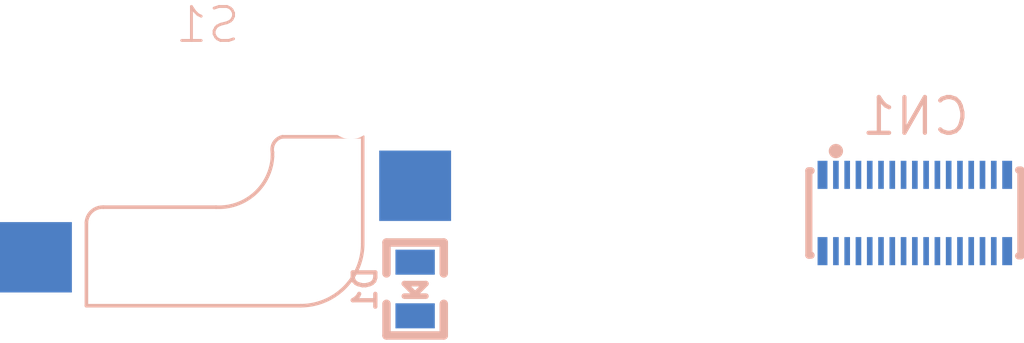
<source format=kicad_pcb>
(kicad_pcb (version 20211014) (generator pcbnew)
  (layers (0 "F.Cu" signal) (31 "B.Cu" signal) (34 "B.Paste" user) (35 "F.Paste" user) (36 "B.SilkS" user "B.Silkscreen") (37 "F.SilkS" user "F.Silkscreen") (38 "B.Mask" user) (39 "F.Mask" user) (44 "Edge.Cuts" user))
  (net 0 "")
  (net 1 "R1")
  (footprint "Keyboard:MXHS-1U" (layer "F.Cu") (at 91.465 46.04325 180)
    (fp_text reference "S1" (at 0 3.175) (layer "B.SilkS") (effects (font (size 1.2065 1.2065) (thickness 0.1016)) (justify mirror)))
    (fp_text value "MX" hide)
    (fp_line (start -3.3 -6.8) (end 4.3 -6.8) (layer "B.SilkS") (width 0.127))
    (fp_line (start -5.5 -0.8) (end -5.5 -4.6) (layer "B.SilkS") (width 0.127))
    (fp_line (start 4.3 -6.8) (end 4.3 -3.85) (layer "B.SilkS") (width 0.127))
    (fp_line (start -2.3 -1.5) (end -2.3 -1.35) (layer "B.SilkS") (width 0.127))
    (fp_line (start -2.65 -0.8) (end -5.5 -0.8) (layer "B.SilkS") (width 0.127))
    (fp_line (start 3.7 -3.3) (end -0.3 -3.3) (layer "B.SilkS") (width 0.127))
    (fp_arc (start -5.5 -4.6) (mid -4.855635 -6.155635) (end -3.3 -6.8) (layer "B.SilkS") (width 0.127))
    (fp_arc (start 4.3 -3.85) (mid 4.113909 -3.450736) (end 3.7 -3.3) (layer "B.SilkS") (width 0.127))
    (fp_arc (start -2.299999 -1.499999) (mid -1.672792 -2.814213) (end -0.3 -3.3) (layer "B.SilkS") (width 0.127))
    (fp_arc (start -2.3 -1.35) (mid -2.361091 -1.002513) (end -2.65 -0.8) (layer "B.SilkS") (width 0.127))
    (pad "" np_thru_hole circle locked (at -5.08 0 180) (size 1.7526 1.7526) (drill 1.7526) (layers *.Cu))
    (pad "" np_thru_hole circle locked (at 5.08 0 180) (size 1.7526 1.7526) (drill 1.7526) (layers *.Cu))
    (pad "" np_thru_hole circle locked (at 2.54 -5.08 180) (size 3 3) (drill 3) (layers *.Cu))
    (pad "" np_thru_hole circle locked (at 0 0 180) (size 4 4) (drill 4) (layers *.Cu))
    (pad "" np_thru_hole circle locked (at -3.81 -2.54 180) (size 3 3) (drill 3) (layers *.Cu))
    (pad "MX1" smd rect locked (at -7.36 -2.54 180) (size 2.55 2.5) (layers "B.Cu" "B.Paste" "B.Mask") (net 1 "R1"))
    (pad "MX2" smd rect locked (at 6.09 -5.08 180) (size 2.55 2.5) (layers "B.Cu" "B.Paste" "B.Mask"))
  )
  (footprint "Keyboard:30PIN_0.4MM_BTB_MALE" (layer "B.Cu") (at 116.55 49.55)
    (fp_text reference "CN1" (at 0.023716 -3.428859) (layer "B.SilkS") (effects (font (size 1.27 1.27)) (justify mirror)))
    (fp_text value "BTB")
    (fp_line (start 3.76 1.523) (end 3.681 1.523) (layer "B.SilkS") (width 0.254))
    (fp_line (start 3.76 -1.525) (end 3.681 -1.525) (layer "B.SilkS") (width 0.254))
    (fp_line (start 3.76 1.523) (end 3.76 -1.525) (layer "B.SilkS") (width 0.254))
    (fp_line (start -3.76 -1.5) (end -3.681 -1.5) (layer "B.SilkS") (width 0.254))
    (fp_line (start -3.76 1.5) (end -3.76 -1.5) (layer "B.SilkS") (width 0.254))
    (fp_line (start -3.76 1.5) (end -3.681 1.5) (layer "B.SilkS") (width 0.254))
    (fp_circle (center -2.8 -2.2) (end -2.673 -2.2) (layer "B.SilkS") (width 0.254) (fill none))
    (pad "1" smd rect (at -2.8 -1.355) (size 0.2 1) (layers "B.Cu" "B.Paste" "B.Mask") (net 1 "R1"))
    (pad "2" smd rect (at -2.8 1.355) (size 0.2 1) (layers "B.Cu" "B.Paste" "B.Mask"))
    (pad "3" smd rect (at -2.4 -1.355) (size 0.2 1) (layers "B.Cu" "B.Paste" "B.Mask"))
    (pad "4" smd rect (at -2.4 1.355) (size 0.2 1) (layers "B.Cu" "B.Paste" "B.Mask"))
    (pad "5" smd rect (at -2 -1.355) (size 0.2 1) (layers "B.Cu" "B.Paste" "B.Mask"))
    (pad "6" smd rect (at -2 1.355) (size 0.2 1) (layers "B.Cu" "B.Paste" "B.Mask"))
    (pad "7" smd rect (at -1.6 -1.355) (size 0.2 1) (layers "B.Cu" "B.Paste" "B.Mask"))
    (pad "8" smd rect (at -1.6 1.355) (size 0.2 1) (layers "B.Cu" "B.Paste" "B.Mask"))
    (pad "9" smd rect (at -1.2 -1.355) (size 0.2 1) (layers "B.Cu" "B.Paste" "B.Mask"))
    (pad "10" smd rect (at -1.2 1.355) (size 0.2 1) (layers "B.Cu" "B.Paste" "B.Mask"))
    (pad "11" smd rect (at -0.8 -1.355) (size 0.2 1) (layers "B.Cu" "B.Paste" "B.Mask"))
    (pad "12" smd rect (at -0.8 1.355) (size 0.2 1) (layers "B.Cu" "B.Paste" "B.Mask"))
    (pad "13" smd rect (at -0.4 -1.355) (size 0.2 1) (layers "B.Cu" "B.Paste" "B.Mask"))
    (pad "14" smd rect (at -0.4 1.355) (size 0.2 1) (layers "B.Cu" "B.Paste" "B.Mask"))
    (pad "15" smd rect (at 0 -1.355) (size 0.2 1) (layers "B.Cu" "B.Paste" "B.Mask"))
    (pad "16" smd rect (at 0 1.355) (size 0.2 1) (layers "B.Cu" "B.Paste" "B.Mask"))
    (pad "17" smd rect (at 0.4 -1.355) (size 0.2 1) (layers "B.Cu" "B.Paste" "B.Mask"))
    (pad "18" smd rect (at 0.4 1.355) (size 0.2 1) (layers "B.Cu" "B.Paste" "B.Mask"))
    (pad "19" smd rect (at 0.8 -1.355) (size 0.2 1) (layers "B.Cu" "B.Paste" "B.Mask"))
    (pad "20" smd rect (at 0.8 1.355) (size 0.2 1) (layers "B.Cu" "B.Paste" "B.Mask"))
    (pad "21" smd rect (at 1.2 -1.355) (size 0.2 1) (layers "B.Cu" "B.Paste" "B.Mask"))
    (pad "22" smd rect (at 1.2 1.355) (size 0.2 1) (layers "B.Cu" "B.Paste" "B.Mask"))
    (pad "23" smd rect (at 1.6 -1.355) (size 0.2 1) (layers "B.Cu" "B.Paste" "B.Mask"))
    (pad "24" smd rect (at 1.6 1.355) (size 0.2 1) (layers "B.Cu" "B.Paste" "B.Mask"))
    (pad "25" smd rect (at 2 -1.355) (size 0.2 1) (layers "B.Cu" "B.Paste" "B.Mask"))
    (pad "26" smd rect (at 2 1.355 180) (size 0.2 1) (layers "B.Cu" "B.Paste" "B.Mask"))
    (pad "27" smd rect (at 2.4 -1.355 180) (size 0.2 1) (layers "B.Cu" "B.Paste" "B.Mask"))
    (pad "28" smd rect (at 2.4 1.355 180) (size 0.2 1) (layers "B.Cu" "B.Paste" "B.Mask"))
    (pad "29" smd rect (at 2.8 -1.355 180) (size 0.2 1) (layers "B.Cu" "B.Paste" "B.Mask"))
    (pad "30" smd rect (at 2.8 1.355 180) (size 0.2 1) (layers "B.Cu" "B.Paste" "B.Mask"))
    (pad "31" smd rect (at 3.275 -1.355) (size 0.35 1) (layers "B.Cu" "B.Paste" "B.Mask"))
    (pad "32" smd rect (at 3.275 1.355) (size 0.35 1) (layers "B.Cu" "B.Paste" "B.Mask"))
    (pad "33" smd rect (at -3.275 -1.355) (size 0.35 1) (layers "B.Cu" "B.Paste" "B.Mask"))
    (pad "34" smd rect (at -3.275 1.355) (size 0.35 1) (layers "B.Cu" "B.Paste" "B.Mask"))
  )
  (footprint "Keyboard:0805D" (layer "B.Cu") (at 98.825 52.25 -90)
    (fp_text reference "D1" (at 0 1.775 90) (layer "B.SilkS") (effects (font (size 0.8 0.8)) (justify mirror)))
    (fp_text value "D" hide)
    (fp_line (start 1.651 -1.016) (end 0.527 -1.016) (layer "B.SilkS") (width 0.3))
    (fp_line (start -1.651 -1.016) (end -0.554 -1.016) (layer "B.SilkS") (width 0.3))
    (fp_line (start -0.1905 0.381) (end -0.1905 -0.381) (layer "B.SilkS") (width 0.2))
    (fp_line (start -0.1905 -0.381) (end 0.1905 0) (layer "B.SilkS") (width 0.2))
    (fp_line (start 0.527 1.016) (end 1.651 1.016) (layer "B.SilkS") (width 0.3))
    (fp_line (start 1.651 1.016) (end 1.651 -1.016) (layer "B.SilkS") (width 0.3))
    (fp_line (start -1.651 1.016) (end -1.651 -1.016) (layer "B.SilkS") (width 0.3))
    (fp_line (start 0.254 0.381) (end 0.254 -0.381) (layer "B.SilkS") (width 0.2))
    (fp_line (start -0.554 1.016) (end -1.651 1.016) (layer "B.SilkS") (width 0.3))
    (fp_line (start 0.1905 0) (end -0.1905 0.381) (layer "B.SilkS") (width 0.2))
    (pad "1" smd rect locked (at -0.9525 0 270) (size 0.889 1.397) (layers "B.Cu" "B.Paste" "B.Mask") (net 1 "R1"))
    (pad "2" smd rect locked (at 0.9525 0 270) (size 0.889 1.397) (layers "B.Cu" "B.Paste" "B.Mask"))
  )
)
</source>
